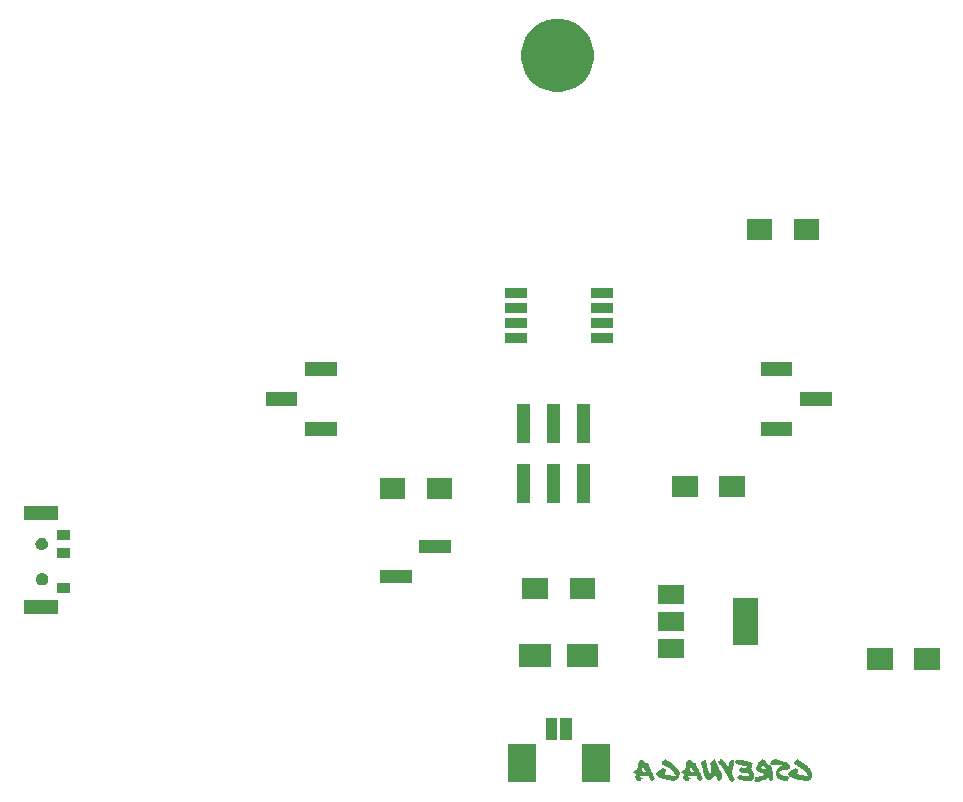
<source format=gbr>
G04 #@! TF.GenerationSoftware,KiCad,Pcbnew,6.0.0-rc1-unknown-7b10490~66~ubuntu16.04.1*
G04 #@! TF.CreationDate,2018-10-31T12:07:26-07:00*
G04 #@! TF.ProjectId,HG_002,48475f30-3032-42e6-9b69-6361645f7063,rev?*
G04 #@! TF.SameCoordinates,Original*
G04 #@! TF.FileFunction,Soldermask,Bot*
G04 #@! TF.FilePolarity,Negative*
%FSLAX46Y46*%
G04 Gerber Fmt 4.6, Leading zero omitted, Abs format (unit mm)*
G04 Created by KiCad (PCBNEW 6.0.0-rc1-unknown-7b10490~66~ubuntu16.04.1) date Wed 31 Oct 2018 12:07:26 PM MST*
%MOMM*%
%LPD*%
G01*
G04 APERTURE LIST*
%ADD10C,0.100000*%
G04 APERTURE END LIST*
D10*
G04 #@! TO.C,svg2mod*
G36*
X155756327Y-116103180D02*
X156604997Y-115595127D01*
X156446401Y-115583380D01*
X156284869Y-115556946D01*
X156328925Y-115374855D01*
X156378851Y-115183953D01*
X156396474Y-115213322D01*
X156511015Y-115351358D01*
X156602060Y-115495270D01*
X156637305Y-115548137D01*
X156669609Y-115601005D01*
X156637305Y-115598082D01*
X156604995Y-115595159D01*
X156604997Y-115595127D01*
X155756327Y-116103180D01*
X155809194Y-116205974D01*
X155888493Y-116297019D01*
X155988349Y-116361632D01*
X156105828Y-116391001D01*
X156158695Y-116370444D01*
X156185129Y-116352821D01*
X156202751Y-116344010D01*
X156214497Y-116335199D01*
X156249742Y-116320511D01*
X156237996Y-116282331D01*
X156240919Y-116247086D01*
X156276164Y-116208906D01*
X156293786Y-116191284D01*
X156308474Y-116173661D01*
X156358400Y-116117859D01*
X156279103Y-116097301D01*
X156182183Y-116044434D01*
X156161625Y-115935766D01*
X156261482Y-115932844D01*
X156340779Y-115953401D01*
X156449447Y-115979835D01*
X156566926Y-115988646D01*
X156610982Y-115988646D01*
X156655038Y-115982800D01*
X156684407Y-115976955D01*
X156696153Y-115941710D01*
X156707899Y-115929963D01*
X156740209Y-115891783D01*
X156746055Y-115827170D01*
X156763678Y-115774303D01*
X156790111Y-115847727D01*
X156801858Y-115877096D01*
X156831226Y-115882942D01*
X156840038Y-115897629D01*
X156842960Y-115912316D01*
X156857648Y-115962243D01*
X156869394Y-115973989D01*
X156881140Y-115982800D01*
X156895828Y-116035668D01*
X156913450Y-116085594D01*
X156939884Y-116161955D01*
X156945730Y-116232441D01*
X156957476Y-116264751D01*
X156989786Y-116294120D01*
X157025031Y-116311743D01*
X157042653Y-116323489D01*
X157057341Y-116329335D01*
X157066152Y-116361638D01*
X157101397Y-116367484D01*
X157148388Y-116376295D01*
X157177757Y-116379218D01*
X157207126Y-116376295D01*
X157257052Y-116335180D01*
X157298167Y-116302870D01*
X157327536Y-116250003D01*
X157333382Y-116217699D01*
X157339227Y-116188330D01*
X157348039Y-116170708D01*
X157386219Y-116135463D01*
X157353909Y-116109029D01*
X157350986Y-116059103D01*
X157227634Y-115771281D01*
X157089597Y-115489333D01*
X157045540Y-115395351D01*
X156998549Y-115301368D01*
X157001472Y-115280811D01*
X156995626Y-115254377D01*
X156942759Y-115166268D01*
X156901644Y-115084033D01*
X156854652Y-114987113D01*
X156790039Y-114890194D01*
X156743048Y-114869636D01*
X156722491Y-114863791D01*
X156696057Y-114857945D01*
X156652001Y-114863791D01*
X156508090Y-114758060D01*
X156381801Y-114590653D01*
X156352432Y-114549538D01*
X156314252Y-114573031D01*
X156273137Y-114590653D01*
X156217334Y-114605341D01*
X156117478Y-114631774D01*
X156041117Y-114675831D01*
X156020559Y-114746317D01*
X156011748Y-114793309D01*
X155997061Y-114893165D01*
X155985315Y-115004769D01*
X155961816Y-115104626D01*
X155941258Y-115201545D01*
X155911890Y-115339583D01*
X155873710Y-115462935D01*
X155844341Y-115465858D01*
X155814972Y-115457046D01*
X155776792Y-115451201D01*
X155744488Y-115448278D01*
X155732742Y-115477647D01*
X155703373Y-115507015D01*
X155647571Y-115524638D01*
X155615261Y-115551072D01*
X155591768Y-115568694D01*
X155547712Y-115586316D01*
X155571205Y-115630373D01*
X155656376Y-115733166D01*
X155776792Y-115812464D01*
X155773869Y-115847709D01*
X155765058Y-115880013D01*
X155750370Y-115982806D01*
X155750370Y-116091474D01*
X155756216Y-116103220D01*
X155756327Y-116103180D01*
X155756327Y-116103180D01*
G37*
G36*
X157457320Y-115821232D02*
X157642349Y-116018008D01*
X157894927Y-116132550D01*
X158185686Y-116211847D01*
X158476445Y-116302893D01*
X158549869Y-116305816D01*
X158608607Y-116314627D01*
X158661474Y-116323438D01*
X158720211Y-116329284D01*
X158734899Y-116335130D01*
X158743710Y-116346876D01*
X158834756Y-116355687D01*
X158899369Y-116355687D01*
X158972793Y-116364499D01*
X159037406Y-116373310D01*
X159383967Y-116217651D01*
X159522004Y-115812351D01*
X159527850Y-115794728D01*
X159539596Y-115785917D01*
X159533751Y-115735991D01*
X159530828Y-115683123D01*
X159357547Y-115383554D01*
X159125528Y-115136849D01*
X159090283Y-115101604D01*
X159063849Y-115066359D01*
X159031545Y-115036990D01*
X158987489Y-115016433D01*
X158840641Y-114887207D01*
X158661487Y-114775602D01*
X158476458Y-114666935D01*
X158306115Y-114543582D01*
X158259124Y-114552393D01*
X158226820Y-114552393D01*
X158171017Y-114614069D01*
X158097594Y-114652249D01*
X158027107Y-114696305D01*
X157977181Y-114766792D01*
X157994803Y-114781480D01*
X157985992Y-114807913D01*
X157983069Y-114834347D01*
X158003626Y-114846093D01*
X157986004Y-114863716D01*
X157968381Y-114878403D01*
X157977193Y-114901896D01*
X157977193Y-114931265D01*
X158109356Y-115004688D01*
X158259140Y-115081050D01*
X158420673Y-115166221D01*
X158582206Y-115269014D01*
X158743738Y-115401178D01*
X158902334Y-115550963D01*
X159046245Y-115715432D01*
X159160786Y-115879902D01*
X159149040Y-115903394D01*
X159134352Y-115923952D01*
X158961072Y-115923952D01*
X158796603Y-115932763D01*
X158784856Y-115915141D01*
X158770175Y-115897518D01*
X158458857Y-115844651D01*
X158165161Y-115765353D01*
X158209218Y-115750665D01*
X158244462Y-115735984D01*
X158244462Y-115712491D01*
X158215094Y-115688993D01*
X158282644Y-115630255D01*
X158312012Y-115536272D01*
X158294390Y-115501027D01*
X158312012Y-115468717D01*
X158326694Y-115468717D01*
X158332540Y-115477528D01*
X158335462Y-115489275D01*
X158350150Y-115486352D01*
X158338404Y-115442296D01*
X158320781Y-115401181D01*
X158118131Y-115266081D01*
X158038833Y-115318948D01*
X157941914Y-115374751D01*
X157836183Y-115430553D01*
X157733389Y-115483420D01*
X157659966Y-115530412D01*
X157598289Y-115592088D01*
X157539552Y-115650825D01*
X157466127Y-115700752D01*
X157463205Y-115762428D01*
X157457359Y-115821166D01*
X157457320Y-115821232D01*
X157457320Y-115821232D01*
G37*
G36*
X159812350Y-116103180D02*
X160661031Y-115595127D01*
X160502435Y-115583380D01*
X160340902Y-115556946D01*
X160384958Y-115374855D01*
X160434885Y-115183953D01*
X160452507Y-115213322D01*
X160567048Y-115351358D01*
X160658094Y-115495270D01*
X160693339Y-115548137D01*
X160725649Y-115601005D01*
X160693339Y-115598082D01*
X160661035Y-115595159D01*
X160661031Y-115595127D01*
X159812350Y-116103180D01*
X159865217Y-116205974D01*
X159944515Y-116297019D01*
X160044372Y-116361632D01*
X160161850Y-116391001D01*
X160214717Y-116370444D01*
X160241151Y-116352821D01*
X160258774Y-116344010D01*
X160270520Y-116335199D01*
X160305765Y-116320511D01*
X160294019Y-116282331D01*
X160296941Y-116247086D01*
X160332186Y-116208906D01*
X160349809Y-116191284D01*
X160364496Y-116173661D01*
X160414423Y-116117859D01*
X160335125Y-116097301D01*
X160238205Y-116044434D01*
X160217648Y-115935766D01*
X160317504Y-115932844D01*
X160396803Y-115953401D01*
X160505470Y-115979835D01*
X160622948Y-115988646D01*
X160667004Y-115988646D01*
X160711061Y-115982800D01*
X160740429Y-115976955D01*
X160752176Y-115941710D01*
X160763922Y-115929963D01*
X160796232Y-115891783D01*
X160802078Y-115827170D01*
X160819700Y-115774303D01*
X160846134Y-115847727D01*
X160857880Y-115877096D01*
X160887249Y-115882942D01*
X160896060Y-115897629D01*
X160898983Y-115912316D01*
X160913670Y-115962243D01*
X160925417Y-115973989D01*
X160937163Y-115982800D01*
X160951850Y-116035668D01*
X160969473Y-116085594D01*
X160995907Y-116161955D01*
X161001752Y-116232441D01*
X161013499Y-116264751D01*
X161045802Y-116294120D01*
X161081047Y-116311743D01*
X161098670Y-116323489D01*
X161113357Y-116329335D01*
X161122168Y-116361638D01*
X161157413Y-116367484D01*
X161204405Y-116376295D01*
X161233773Y-116379218D01*
X161263142Y-116376295D01*
X161313068Y-116335180D01*
X161354184Y-116302870D01*
X161383552Y-116250003D01*
X161389398Y-116217699D01*
X161395244Y-116188330D01*
X161404055Y-116170708D01*
X161442235Y-116135463D01*
X161409931Y-116109029D01*
X161407008Y-116059103D01*
X161283656Y-115771281D01*
X161145619Y-115489333D01*
X161101563Y-115395351D01*
X161054572Y-115301368D01*
X161057494Y-115280811D01*
X161051649Y-115254377D01*
X160998781Y-115166268D01*
X160957666Y-115084033D01*
X160910675Y-114987113D01*
X160846062Y-114890194D01*
X160799071Y-114869636D01*
X160778513Y-114863791D01*
X160752079Y-114857945D01*
X160708023Y-114863791D01*
X160564112Y-114758060D01*
X160437823Y-114590653D01*
X160408454Y-114549538D01*
X160370274Y-114573031D01*
X160329159Y-114590653D01*
X160273356Y-114605341D01*
X160173500Y-114631774D01*
X160097139Y-114675831D01*
X160076581Y-114746317D01*
X160067770Y-114793309D01*
X160053083Y-114893165D01*
X160041336Y-115004769D01*
X160017844Y-115104626D01*
X159997286Y-115201545D01*
X159967918Y-115339583D01*
X159929738Y-115462935D01*
X159900369Y-115465858D01*
X159871000Y-115457046D01*
X159832820Y-115451201D01*
X159800510Y-115448278D01*
X159788764Y-115477647D01*
X159759395Y-115507015D01*
X159703593Y-115524638D01*
X159671289Y-115551072D01*
X159647790Y-115568694D01*
X159603734Y-115586316D01*
X159627233Y-115630373D01*
X159712404Y-115733166D01*
X159832819Y-115812464D01*
X159829897Y-115847709D01*
X159821085Y-115880013D01*
X159806404Y-115982806D01*
X159806404Y-116091474D01*
X159812250Y-116103220D01*
X159812350Y-116103180D01*
X159812350Y-116103180D01*
G37*
G36*
X162461486Y-115815358D02*
X162499666Y-115847668D01*
X162523158Y-115897594D01*
X162543716Y-115947521D01*
X162573085Y-115968078D01*
X162590707Y-116009193D01*
X162614206Y-116047373D01*
X162631828Y-116088488D01*
X162625983Y-116138415D01*
X162655351Y-116188341D01*
X162670039Y-116250017D01*
X162693531Y-116299943D01*
X162758144Y-116317566D01*
X162761067Y-116332253D01*
X162752256Y-116352811D01*
X162802182Y-116355734D01*
X162840362Y-116370415D01*
X162934345Y-116308739D01*
X162998958Y-116211819D01*
X163048884Y-116100215D01*
X163089999Y-116003296D01*
X163087076Y-115941619D01*
X163107634Y-115888752D01*
X163071244Y-115811748D01*
X163034026Y-115733461D01*
X162995986Y-115653887D01*
X162957118Y-115573029D01*
X162917422Y-115490886D01*
X162876904Y-115407458D01*
X162835557Y-115322745D01*
X162793383Y-115236747D01*
X162751074Y-115150245D01*
X162709314Y-115064017D01*
X162668101Y-114978065D01*
X162627443Y-114892389D01*
X162587332Y-114806988D01*
X162547776Y-114721862D01*
X162508768Y-114637011D01*
X162470314Y-114552436D01*
X162338151Y-114614112D01*
X162217735Y-114690473D01*
X162123753Y-114793267D01*
X162073827Y-114919555D01*
X162088514Y-114934243D01*
X162100260Y-114937166D01*
X162088514Y-114957723D01*
X162088514Y-114969470D01*
X162088514Y-114987092D01*
X162079703Y-115013526D01*
X162097325Y-115016449D01*
X162114948Y-115016449D01*
X162109102Y-115069316D01*
X162120848Y-115107496D01*
X162135536Y-115142741D01*
X162132613Y-115189732D01*
X162147300Y-115195578D01*
X162153146Y-115204389D01*
X162161957Y-115213200D01*
X162173704Y-115213200D01*
X162167858Y-115342427D01*
X162173704Y-115474590D01*
X162170781Y-115612627D01*
X162150223Y-115759475D01*
X161982817Y-115600878D01*
X161880023Y-115383544D01*
X161818347Y-115125092D01*
X161774291Y-114843144D01*
X161733176Y-114778531D01*
X161706742Y-114699232D01*
X161683249Y-114614061D01*
X161653881Y-114534763D01*
X161580456Y-114564132D01*
X161521719Y-114611123D01*
X161465916Y-114658114D01*
X161392493Y-114684548D01*
X161327880Y-114781467D01*
X161289700Y-114881324D01*
X161313192Y-114934192D01*
X161327880Y-114992929D01*
X161351372Y-115048732D01*
X161392487Y-115089847D01*
X161415980Y-115230821D01*
X161442413Y-115354173D01*
X161462971Y-115483399D01*
X161468817Y-115627310D01*
X161518743Y-115771221D01*
X161559858Y-115909258D01*
X161633282Y-116000304D01*
X161689085Y-116106034D01*
X161703772Y-116111880D01*
X161724330Y-116103069D01*
X161724330Y-116120691D01*
X161733141Y-116132437D01*
X161738987Y-116144184D01*
X161733141Y-116167682D01*
X161806565Y-116217609D01*
X161877052Y-116276346D01*
X161965161Y-116311591D01*
X162097324Y-116291033D01*
X162311722Y-116088384D01*
X162461507Y-115815246D01*
X162461486Y-115815358D01*
X162461486Y-115815358D01*
G37*
G36*
X163327888Y-115580402D02*
X163363133Y-115624458D01*
X163392502Y-115674384D01*
X163424806Y-115736061D01*
X163468862Y-115788928D01*
X163498231Y-115859415D01*
X163545222Y-115915217D01*
X163683259Y-116170732D01*
X163700881Y-116223600D01*
X163727315Y-116270591D01*
X163739061Y-116291149D01*
X163747872Y-116305836D01*
X163753718Y-116335205D01*
X163786028Y-116376320D01*
X163818332Y-116408624D01*
X163838889Y-116432116D01*
X163882946Y-116449739D01*
X164144335Y-116220656D01*
X164141412Y-116191287D01*
X164132601Y-116161919D01*
X164120855Y-116126674D01*
X164094421Y-116044439D01*
X164044495Y-115971015D01*
X164018061Y-115906402D01*
X163947574Y-115768365D01*
X163882961Y-115656761D01*
X163844781Y-115592148D01*
X163915268Y-115506976D01*
X163982818Y-115366002D01*
X164023933Y-115245586D01*
X164032745Y-115180973D01*
X164044491Y-115125171D01*
X164059178Y-115060558D01*
X164065024Y-114993008D01*
X164082647Y-114951893D01*
X164076801Y-114922524D01*
X164073878Y-114869657D01*
X164088565Y-114799170D01*
X164103253Y-114734557D01*
X164106176Y-114664070D01*
X164088553Y-114599457D01*
X164032751Y-114543654D01*
X163982824Y-114540731D01*
X163932898Y-114570100D01*
X163882972Y-114596534D01*
X163821296Y-114625902D01*
X163759620Y-114664082D01*
X163739062Y-114705198D01*
X163700882Y-114737501D01*
X163700882Y-114769811D01*
X163697960Y-114802115D01*
X163686213Y-114849106D01*
X163674467Y-114884351D01*
X163665656Y-114963649D01*
X163648033Y-115031199D01*
X163630411Y-115098749D01*
X163627488Y-115175110D01*
X163598119Y-115154552D01*
X163586373Y-115145741D01*
X163574627Y-115136930D01*
X163401346Y-114901974D01*
X163407192Y-114872605D01*
X163345516Y-114813867D01*
X163301460Y-114769811D01*
X163263280Y-114725755D01*
X163230970Y-114702256D01*
X162963707Y-114520165D01*
X162922592Y-114514319D01*
X162910846Y-114552499D01*
X162863854Y-114611237D01*
X162784556Y-114661163D01*
X162758123Y-114678786D01*
X162743435Y-114722842D01*
X162746358Y-114749276D01*
X162734612Y-114778644D01*
X162793349Y-114881438D01*
X162857962Y-114940176D01*
X162907889Y-114984232D01*
X162940192Y-115031223D01*
X162960750Y-115054722D01*
X163040048Y-115148704D01*
X163048859Y-115183949D01*
X163084104Y-115183949D01*
X163098792Y-115195695D01*
X163128160Y-115245622D01*
X163157529Y-115283802D01*
X163172217Y-115298489D01*
X163181028Y-115321982D01*
X163189839Y-115345474D01*
X163236830Y-115404212D01*
X163257388Y-115445327D01*
X163280880Y-115492318D01*
X163313184Y-115536374D01*
X163327872Y-115580431D01*
X163327888Y-115580402D01*
X163327888Y-115580402D01*
G37*
G36*
X164197227Y-114696377D02*
X164197227Y-114728687D01*
X164200150Y-114746310D01*
X164200150Y-114766867D01*
X164194304Y-114796236D01*
X164338215Y-114934273D01*
X164511496Y-114987140D01*
X164705335Y-115019450D01*
X164899174Y-115095811D01*
X164969661Y-115095811D01*
X165057770Y-115104622D01*
X165101826Y-115131056D01*
X165154694Y-115145743D01*
X165145882Y-115201545D01*
X165137071Y-115245602D01*
X164910925Y-115242679D01*
X164664221Y-115227991D01*
X164667143Y-115248549D01*
X164670066Y-115263236D01*
X164628951Y-115301416D01*
X164587836Y-115342531D01*
X164546721Y-115377776D01*
X164493854Y-115386588D01*
X164479166Y-115439455D01*
X164485012Y-115495257D01*
X164578994Y-115562807D01*
X164678851Y-115621545D01*
X164787519Y-115665601D01*
X164913808Y-115677347D01*
X164937301Y-115677347D01*
X164954923Y-115668536D01*
X165022474Y-115677347D01*
X165087086Y-115686159D01*
X165166384Y-115674412D01*
X165245682Y-115662666D01*
X165330854Y-115794829D01*
X165398404Y-115944614D01*
X165233934Y-115956360D01*
X165107645Y-115947549D01*
X164987230Y-115932868D01*
X164831571Y-115927022D01*
X164693534Y-115885907D01*
X164543750Y-115850662D01*
X164502634Y-115882966D01*
X164470325Y-115924081D01*
X164435080Y-115956391D01*
X164391023Y-115968137D01*
X164376336Y-115997506D01*
X164367525Y-116026875D01*
X164358714Y-116053308D01*
X164332280Y-116059154D01*
X164435074Y-116208939D01*
X164564300Y-116285300D01*
X164728769Y-116326415D01*
X164925545Y-116361660D01*
X164969601Y-116358738D01*
X165010717Y-116352892D01*
X165172249Y-116379325D01*
X165363151Y-116388137D01*
X165548180Y-116361703D01*
X165692091Y-116285342D01*
X165724401Y-116238351D01*
X165762581Y-116194295D01*
X165774327Y-116109124D01*
X165791949Y-116012204D01*
X165806631Y-115909410D01*
X165800785Y-115818364D01*
X165765540Y-115739067D01*
X165744983Y-115662706D01*
X165727360Y-115648024D01*
X165703867Y-115636278D01*
X165665687Y-115536421D01*
X165624572Y-115445376D01*
X165580516Y-115357267D01*
X165536460Y-115254474D01*
X165598136Y-115172239D01*
X165624570Y-115081193D01*
X165639257Y-114987210D01*
X165659815Y-114887354D01*
X165589327Y-114816867D01*
X165495345Y-114769876D01*
X165386678Y-114740507D01*
X165263326Y-114714073D01*
X165054801Y-114655336D01*
X164872710Y-114623032D01*
X164684745Y-114596598D01*
X164464473Y-114561353D01*
X164414546Y-114587787D01*
X164388113Y-114573100D01*
X164373425Y-114555477D01*
X164300002Y-114640649D01*
X164197208Y-114696451D01*
X164197227Y-114696377D01*
X164197227Y-114696377D01*
G37*
G36*
X166990275Y-116044441D02*
X166825802Y-115401275D01*
X166611404Y-115345473D01*
X166399943Y-115257364D01*
X166464556Y-115110516D01*
X166570287Y-115037092D01*
X166570289Y-115037093D01*
X166643713Y-115122264D01*
X166720074Y-115201562D01*
X166784687Y-115289671D01*
X166825802Y-115401275D01*
X166990275Y-116044441D01*
X167049012Y-116223596D01*
X167122437Y-116346947D01*
X167175304Y-116355759D01*
X167207614Y-116382192D01*
X167245794Y-116382192D01*
X167266352Y-116367505D01*
X167289850Y-116352817D01*
X167328030Y-116346972D01*
X167342718Y-116302916D01*
X167380898Y-116288228D01*
X167377975Y-116250048D01*
X167386786Y-116220679D01*
X167392632Y-116194246D01*
X167389709Y-116159001D01*
X167413201Y-116138443D01*
X167433759Y-116097328D01*
X167416137Y-115997472D01*
X167395579Y-115909363D01*
X167372086Y-115827128D01*
X167380898Y-115741956D01*
X167363275Y-115739033D01*
X167354464Y-115703788D01*
X167351541Y-115659732D01*
X167354464Y-115621552D01*
X167307473Y-115465894D01*
X167272228Y-115304361D01*
X167236983Y-115148702D01*
X167189992Y-115007728D01*
X167119505Y-115016539D01*
X167069578Y-115048843D01*
X166934478Y-114907869D01*
X166814063Y-114743399D01*
X166678963Y-114602426D01*
X166488061Y-114529002D01*
X166358835Y-114620048D01*
X166238419Y-114737526D01*
X166200239Y-114763959D01*
X166159124Y-114790393D01*
X166159124Y-114825638D01*
X166103322Y-114901999D01*
X166062207Y-114993045D01*
X166026962Y-115089964D01*
X165985847Y-115181010D01*
X165991692Y-115207444D01*
X165988769Y-115228001D01*
X165979958Y-115251500D01*
X165979958Y-115283804D01*
X166065130Y-115492327D01*
X166244284Y-115624491D01*
X166470430Y-115709662D01*
X166687765Y-115786023D01*
X166678954Y-115797770D01*
X166670142Y-115812457D01*
X166558538Y-115882944D01*
X166482178Y-115927000D01*
X166402879Y-115959310D01*
X166282464Y-115988679D01*
X166164986Y-116018048D01*
X166085688Y-116035670D01*
X166015201Y-116047416D01*
X165909470Y-116056228D01*
X165865414Y-116120841D01*
X165838980Y-116194265D01*
X165836057Y-116264752D01*
X165856615Y-116317619D01*
X165844869Y-116326431D01*
X165821370Y-116326431D01*
X165850739Y-116355799D01*
X165874231Y-116391044D01*
X165900665Y-116420413D01*
X165941780Y-116438036D01*
X166170863Y-116440958D01*
X166520361Y-116329354D01*
X166693641Y-116258867D01*
X166808182Y-116197191D01*
X166896291Y-116129641D01*
X166990274Y-116044469D01*
X166990275Y-116044441D01*
X166990275Y-116044441D01*
G37*
G36*
X168817063Y-115028253D02*
X168752449Y-114922523D01*
X168652593Y-114849099D01*
X168538051Y-114796232D01*
X168426447Y-114760987D01*
X168176806Y-114667004D01*
X167903668Y-114584769D01*
X167615847Y-114540713D01*
X167307466Y-114575958D01*
X167281032Y-114631760D01*
X167245787Y-114684628D01*
X167210542Y-114737495D01*
X167192920Y-114787422D01*
X167145929Y-114846159D01*
X167140083Y-114925457D01*
X167198820Y-114969513D01*
X167257558Y-115001817D01*
X167477830Y-114984195D01*
X167677543Y-114998882D01*
X167742156Y-114972448D01*
X167818517Y-114984195D01*
X167897815Y-115007687D01*
X167971238Y-115013533D01*
X168044663Y-115045837D01*
X168135708Y-115057583D01*
X168129863Y-115078141D01*
X168126940Y-115095763D01*
X168082884Y-115125132D01*
X168024146Y-115142754D01*
X167968344Y-115166247D01*
X167936040Y-115207362D01*
X167859679Y-115227920D01*
X167806811Y-115277846D01*
X167777442Y-115342459D01*
X167765696Y-115401196D01*
X167745139Y-115421754D01*
X167718705Y-115433500D01*
X167674649Y-115512798D01*
X167618846Y-115597970D01*
X167610035Y-115730133D01*
X167630592Y-115844675D01*
X167753945Y-116038513D01*
X167930162Y-116191235D01*
X168138686Y-116302839D01*
X168356021Y-116382138D01*
X168379520Y-116382138D01*
X168385365Y-116367450D01*
X168438233Y-116393884D01*
X168496970Y-116396807D01*
X168564520Y-116393884D01*
X168626197Y-116396807D01*
X168664377Y-116355692D01*
X168687869Y-116308700D01*
X168702557Y-116294013D01*
X168711368Y-116279326D01*
X168696680Y-116247022D01*
X168705492Y-116238211D01*
X168717238Y-116232365D01*
X168720161Y-116217683D01*
X168711350Y-116164816D01*
X168717195Y-116100203D01*
X168714272Y-116038527D01*
X168670216Y-115991535D01*
X168482251Y-115985690D01*
X168311908Y-115929887D01*
X168162123Y-115853527D01*
X168018212Y-115780103D01*
X167994713Y-115736047D01*
X167959468Y-115703737D01*
X167927158Y-115671433D01*
X167906601Y-115627377D01*
X167918347Y-115603878D01*
X167930094Y-115580385D01*
X167962397Y-115571574D01*
X168088687Y-115518707D01*
X168209102Y-115468781D01*
X168270778Y-115477592D01*
X168341265Y-115459969D01*
X168535104Y-115439412D01*
X168711322Y-115386544D01*
X168726009Y-115360111D01*
X168758313Y-115354265D01*
X168793558Y-115310209D01*
X168825862Y-115260282D01*
X168817050Y-115201545D01*
X168834673Y-115151619D01*
X168817050Y-115089942D01*
X168817050Y-115028266D01*
X168817063Y-115028253D01*
X168817063Y-115028253D01*
G37*
G36*
X168658467Y-115821232D02*
X168739968Y-115933571D01*
X168843495Y-116018008D01*
X168963911Y-116080419D01*
X169096074Y-116132549D01*
X169237782Y-116174401D01*
X169386832Y-116211844D01*
X169534414Y-116252229D01*
X169677591Y-116302892D01*
X169716502Y-116303623D01*
X169751010Y-116305815D01*
X169780379Y-116309468D01*
X169809747Y-116314644D01*
X169836181Y-116318298D01*
X169862615Y-116323474D01*
X169890516Y-116326397D01*
X169921352Y-116329319D01*
X169930900Y-116329319D01*
X169936015Y-116335165D01*
X169939669Y-116341011D01*
X169944845Y-116346918D01*
X169992573Y-116353524D01*
X170014787Y-116355169D01*
X170035899Y-116355719D01*
X170052053Y-116355719D01*
X170068208Y-116355719D01*
X170084363Y-116355719D01*
X170100518Y-116355719D01*
X170118323Y-116356270D01*
X170136494Y-116357914D01*
X170155036Y-116360654D01*
X170173943Y-116364490D01*
X170191200Y-116369422D01*
X170207721Y-116372528D01*
X170223504Y-116373807D01*
X170238557Y-116373257D01*
X170342819Y-116359124D01*
X170435333Y-116328470D01*
X170516099Y-116281296D01*
X170585118Y-116217600D01*
X170640001Y-116137201D01*
X170681299Y-116042851D01*
X170709017Y-115934550D01*
X170723151Y-115812299D01*
X170722420Y-115805693D01*
X170723151Y-115800578D01*
X170725343Y-115796924D01*
X170728996Y-115794732D01*
X170731919Y-115793088D01*
X170734842Y-115791078D01*
X170737765Y-115788703D01*
X170740688Y-115785963D01*
X170740323Y-115771830D01*
X170739227Y-115758799D01*
X170737400Y-115746870D01*
X170734842Y-115736043D01*
X170731371Y-115725027D01*
X170729727Y-115712544D01*
X170729915Y-115698594D01*
X170731925Y-115683176D01*
X170692460Y-115603878D01*
X170650425Y-115527517D01*
X170605821Y-115454093D01*
X170558647Y-115383606D01*
X170507802Y-115315322D01*
X170452182Y-115251443D01*
X170391788Y-115191969D01*
X170326624Y-115136903D01*
X170316711Y-115128092D01*
X170307534Y-115119281D01*
X170299088Y-115110469D01*
X170291379Y-115101658D01*
X170284218Y-115092847D01*
X170277423Y-115084036D01*
X170270998Y-115075224D01*
X170264970Y-115066413D01*
X170257444Y-115057967D01*
X170249552Y-115050258D01*
X170232666Y-115037044D01*
X170212839Y-115024561D01*
X170188610Y-115016487D01*
X170121060Y-114948937D01*
X170041762Y-114887261D01*
X169954388Y-114829991D01*
X169862608Y-114775656D01*
X169769359Y-114720590D01*
X169677579Y-114666992D01*
X169588002Y-114608254D01*
X169507236Y-114543641D01*
X169479335Y-114553189D01*
X169460245Y-114552459D01*
X169444826Y-114549536D01*
X169427941Y-114552459D01*
X169403711Y-114589908D01*
X169372138Y-114614137D01*
X169334689Y-114632490D01*
X169298713Y-114652317D01*
X169262001Y-114672144D01*
X169228223Y-114696373D01*
X169199585Y-114727210D01*
X169178297Y-114766857D01*
X169191517Y-114770511D01*
X169195901Y-114781526D01*
X169192248Y-114794010D01*
X169187072Y-114807960D01*
X169183418Y-114820443D01*
X169184149Y-114834394D01*
X169189264Y-114843205D01*
X169204682Y-114846128D01*
X169198836Y-114857874D01*
X169187078Y-114863720D01*
X169173864Y-114867374D01*
X169169480Y-114878389D01*
X169171672Y-114891603D01*
X169178279Y-114901882D01*
X169181202Y-114913628D01*
X169178279Y-114931251D01*
X169240688Y-114968694D01*
X169310442Y-115004669D01*
X169383131Y-115041382D01*
X169460226Y-115081029D01*
X169538790Y-115121414D01*
X169621759Y-115166201D01*
X169703260Y-115213929D01*
X169783292Y-115268994D01*
X169863324Y-115331404D01*
X169944824Y-115401157D01*
X170025591Y-115473847D01*
X170064873Y-115511845D01*
X170103419Y-115550944D01*
X170141051Y-115590957D01*
X170177580Y-115631707D01*
X170213008Y-115673193D01*
X170247334Y-115715411D01*
X170279826Y-115756526D01*
X170309749Y-115797641D01*
X170337096Y-115838756D01*
X170361874Y-115879871D01*
X170358951Y-115886849D01*
X170356028Y-115893091D01*
X170353105Y-115898571D01*
X170350182Y-115903321D01*
X170345980Y-115906792D01*
X170342144Y-115911359D01*
X170338673Y-115917022D01*
X170335568Y-115923823D01*
X170289496Y-115926016D01*
X170245257Y-115926746D01*
X170202857Y-115926016D01*
X170162290Y-115923823D01*
X170121175Y-115921083D01*
X170080060Y-115921634D01*
X170038945Y-115925470D01*
X169997830Y-115932631D01*
X169993811Y-115929343D01*
X169990523Y-115925324D01*
X169987965Y-115920574D01*
X169986138Y-115915033D01*
X169984129Y-115909553D01*
X169981023Y-115904803D01*
X169976822Y-115900784D01*
X169971463Y-115897496D01*
X169809930Y-115875465D01*
X169660145Y-115844622D01*
X169514766Y-115805705D01*
X169366450Y-115765321D01*
X169389211Y-115757240D01*
X169410506Y-115750634D01*
X169428128Y-115742559D01*
X169445751Y-115735952D01*
X169453094Y-115722738D01*
X169445751Y-115712466D01*
X169429596Y-115700719D01*
X169416382Y-115688967D01*
X169453825Y-115662539D01*
X169483931Y-115630230D01*
X169503021Y-115589108D01*
X169513300Y-115536241D01*
X169500086Y-115520086D01*
X169495701Y-115500996D01*
X169500086Y-115482637D01*
X169513300Y-115468686D01*
X169522848Y-115467225D01*
X169527963Y-115468686D01*
X169530885Y-115472340D01*
X169533808Y-115477516D01*
X169534539Y-115483361D01*
X169536731Y-115489268D01*
X169541846Y-115489999D01*
X169551400Y-115486345D01*
X169547016Y-115462116D01*
X169539666Y-115442289D01*
X169529387Y-115423199D01*
X169522044Y-115401174D01*
X169420719Y-115333624D01*
X169319394Y-115266074D01*
X169283412Y-115291034D01*
X169240093Y-115318941D01*
X169192365Y-115346106D01*
X169143169Y-115374744D01*
X169090302Y-115401908D01*
X169037440Y-115430546D01*
X168983842Y-115456980D01*
X168934647Y-115483414D01*
X168895736Y-115503971D01*
X168861228Y-115530405D01*
X168829655Y-115560511D01*
X168799549Y-115592084D01*
X168770180Y-115621452D01*
X168740812Y-115650821D01*
X168706303Y-115677986D01*
X168667393Y-115700747D01*
X168669585Y-115735256D01*
X168664470Y-115762420D01*
X168658624Y-115788848D01*
X168658645Y-115821158D01*
X168658626Y-115821191D01*
X168658467Y-115821232D01*
X168658467Y-115821232D01*
G37*
G36*
X153551600Y-116487200D02*
X151199200Y-116487200D01*
X151199200Y-113234800D01*
X153551600Y-113234800D01*
X153551600Y-116487200D01*
X153551600Y-116487200D01*
G37*
G36*
X147301600Y-116487200D02*
X144949200Y-116487200D01*
X144949200Y-113234800D01*
X147301600Y-113234800D01*
X147301600Y-116487200D01*
X147301600Y-116487200D01*
G37*
G36*
X149101600Y-112887200D02*
X148149200Y-112887200D01*
X148149200Y-111034800D01*
X149101600Y-111034800D01*
X149101600Y-112887200D01*
X149101600Y-112887200D01*
G37*
G36*
X150351600Y-112887200D02*
X149399200Y-112887200D01*
X149399200Y-111034800D01*
X150351600Y-111034800D01*
X150351600Y-112887200D01*
X150351600Y-112887200D01*
G37*
G36*
X177511200Y-106971200D02*
X175358800Y-106971200D01*
X175358800Y-105118800D01*
X177511200Y-105118800D01*
X177511200Y-106971200D01*
X177511200Y-106971200D01*
G37*
G36*
X181511200Y-106971200D02*
X179358800Y-106971200D01*
X179358800Y-105118800D01*
X181511200Y-105118800D01*
X181511200Y-106971200D01*
X181511200Y-106971200D01*
G37*
G36*
X152575260Y-106767630D02*
X149923500Y-106767630D01*
X149923500Y-104814370D01*
X152575260Y-104814370D01*
X152575260Y-106767630D01*
X152575260Y-106767630D01*
G37*
G36*
X148577300Y-106767630D02*
X145925540Y-106767630D01*
X145925540Y-104814370D01*
X148577300Y-104814370D01*
X148577300Y-106767630D01*
X148577300Y-106767630D01*
G37*
G36*
X159851200Y-105996200D02*
X157698800Y-105996200D01*
X157698800Y-104343800D01*
X159851200Y-104343800D01*
X159851200Y-105996200D01*
X159851200Y-105996200D01*
G37*
G36*
X166151200Y-104846200D02*
X163998800Y-104846200D01*
X163998800Y-100893800D01*
X166151200Y-100893800D01*
X166151200Y-104846200D01*
X166151200Y-104846200D01*
G37*
G36*
X159851200Y-103696200D02*
X157698800Y-103696200D01*
X157698800Y-102043800D01*
X159851200Y-102043800D01*
X159851200Y-103696200D01*
X159851200Y-103696200D01*
G37*
G36*
X106890800Y-102225400D02*
X103938400Y-102225400D01*
X103938400Y-101073000D01*
X106890800Y-101073000D01*
X106890800Y-102225400D01*
X106890800Y-102225400D01*
G37*
G36*
X159851200Y-101396200D02*
X157698800Y-101396200D01*
X157698800Y-99743800D01*
X159851200Y-99743800D01*
X159851200Y-101396200D01*
X159851200Y-101396200D01*
G37*
G36*
X152326600Y-100952200D02*
X150174200Y-100952200D01*
X150174200Y-99199800D01*
X152326600Y-99199800D01*
X152326600Y-100952200D01*
X152326600Y-100952200D01*
G37*
G36*
X148326600Y-100952200D02*
X146174200Y-100952200D01*
X146174200Y-99199800D01*
X148326600Y-99199800D01*
X148326600Y-100952200D01*
X148326600Y-100952200D01*
G37*
G36*
X107890800Y-100475400D02*
X106738400Y-100475400D01*
X106738400Y-99623000D01*
X107890800Y-99623000D01*
X107890800Y-100475400D01*
X107890800Y-100475400D01*
G37*
G36*
X105668089Y-98793222D02*
X105763847Y-98832886D01*
X105850034Y-98890475D01*
X105923325Y-98963766D01*
X105980914Y-99049953D01*
X106020578Y-99145711D01*
X106040800Y-99247374D01*
X106040800Y-99351026D01*
X106020578Y-99452689D01*
X105980914Y-99548447D01*
X105923325Y-99634634D01*
X105850034Y-99707925D01*
X105763847Y-99765514D01*
X105668089Y-99805178D01*
X105566426Y-99825400D01*
X105462774Y-99825400D01*
X105361111Y-99805178D01*
X105265353Y-99765514D01*
X105179166Y-99707925D01*
X105105875Y-99634634D01*
X105048286Y-99548447D01*
X105008622Y-99452689D01*
X104988400Y-99351026D01*
X104988400Y-99247374D01*
X105008622Y-99145711D01*
X105048286Y-99049953D01*
X105105875Y-98963766D01*
X105179166Y-98890475D01*
X105265353Y-98832886D01*
X105361111Y-98793222D01*
X105462774Y-98773000D01*
X105566426Y-98773000D01*
X105668089Y-98793222D01*
X105668089Y-98793222D01*
G37*
G36*
X136810800Y-99636200D02*
X134148400Y-99636200D01*
X134148400Y-98483800D01*
X136810800Y-98483800D01*
X136810800Y-99636200D01*
X136810800Y-99636200D01*
G37*
G36*
X107890800Y-97475400D02*
X106738400Y-97475400D01*
X106738400Y-96623000D01*
X107890800Y-96623000D01*
X107890800Y-97475400D01*
X107890800Y-97475400D01*
G37*
G36*
X140120800Y-97096200D02*
X137458400Y-97096200D01*
X137458400Y-95943800D01*
X140120800Y-95943800D01*
X140120800Y-97096200D01*
X140120800Y-97096200D01*
G37*
G36*
X105618089Y-95793222D02*
X105713847Y-95832886D01*
X105800034Y-95890475D01*
X105873325Y-95963766D01*
X105930914Y-96049953D01*
X105970578Y-96145711D01*
X105990800Y-96247374D01*
X105990800Y-96351026D01*
X105970578Y-96452689D01*
X105930914Y-96548447D01*
X105873325Y-96634634D01*
X105800034Y-96707925D01*
X105713847Y-96765514D01*
X105618089Y-96805178D01*
X105516426Y-96825400D01*
X105412774Y-96825400D01*
X105311111Y-96805178D01*
X105215353Y-96765514D01*
X105129166Y-96707925D01*
X105055875Y-96634634D01*
X104998286Y-96548447D01*
X104958622Y-96452689D01*
X104938400Y-96351026D01*
X104938400Y-96247374D01*
X104958622Y-96145711D01*
X104998286Y-96049953D01*
X105055875Y-95963766D01*
X105129166Y-95890475D01*
X105215353Y-95832886D01*
X105311111Y-95793222D01*
X105412774Y-95773000D01*
X105516426Y-95773000D01*
X105618089Y-95793222D01*
X105618089Y-95793222D01*
G37*
G36*
X107890800Y-95975400D02*
X106738400Y-95975400D01*
X106738400Y-95123000D01*
X107890800Y-95123000D01*
X107890800Y-95975400D01*
X107890800Y-95975400D01*
G37*
G36*
X106890800Y-94275400D02*
X103938400Y-94275400D01*
X103938400Y-93123000D01*
X106890800Y-93123000D01*
X106890800Y-94275400D01*
X106890800Y-94275400D01*
G37*
G36*
X146829400Y-92822200D02*
X145677000Y-92822200D01*
X145677000Y-89519800D01*
X146829400Y-89519800D01*
X146829400Y-92822200D01*
X146829400Y-92822200D01*
G37*
G36*
X151909400Y-92822200D02*
X150757000Y-92822200D01*
X150757000Y-89519800D01*
X151909400Y-89519800D01*
X151909400Y-92822200D01*
X151909400Y-92822200D01*
G37*
G36*
X149369400Y-92822200D02*
X148217000Y-92822200D01*
X148217000Y-89519800D01*
X149369400Y-89519800D01*
X149369400Y-92822200D01*
X149369400Y-92822200D01*
G37*
G36*
X140236200Y-92544000D02*
X138083800Y-92544000D01*
X138083800Y-90691600D01*
X140236200Y-90691600D01*
X140236200Y-92544000D01*
X140236200Y-92544000D01*
G37*
G36*
X136236200Y-92544000D02*
X134083800Y-92544000D01*
X134083800Y-90691600D01*
X136236200Y-90691600D01*
X136236200Y-92544000D01*
X136236200Y-92544000D01*
G37*
G36*
X161001200Y-92316200D02*
X158848800Y-92316200D01*
X158848800Y-90563800D01*
X161001200Y-90563800D01*
X161001200Y-92316200D01*
X161001200Y-92316200D01*
G37*
G36*
X165001200Y-92316200D02*
X162848800Y-92316200D01*
X162848800Y-90563800D01*
X165001200Y-90563800D01*
X165001200Y-92316200D01*
X165001200Y-92316200D01*
G37*
G36*
X146829400Y-87772200D02*
X145677000Y-87772200D01*
X145677000Y-84469800D01*
X146829400Y-84469800D01*
X146829400Y-87772200D01*
X146829400Y-87772200D01*
G37*
G36*
X151909400Y-87772200D02*
X150757000Y-87772200D01*
X150757000Y-84469800D01*
X151909400Y-84469800D01*
X151909400Y-87772200D01*
X151909400Y-87772200D01*
G37*
G36*
X149369400Y-87772200D02*
X148217000Y-87772200D01*
X148217000Y-84469800D01*
X149369400Y-84469800D01*
X149369400Y-87772200D01*
X149369400Y-87772200D01*
G37*
G36*
X130443400Y-87164800D02*
X127781000Y-87164800D01*
X127781000Y-86012400D01*
X130443400Y-86012400D01*
X130443400Y-87164800D01*
X130443400Y-87164800D01*
G37*
G36*
X169043400Y-87164800D02*
X166381000Y-87164800D01*
X166381000Y-86012400D01*
X169043400Y-86012400D01*
X169043400Y-87164800D01*
X169043400Y-87164800D01*
G37*
G36*
X127133400Y-84624800D02*
X124471000Y-84624800D01*
X124471000Y-83472400D01*
X127133400Y-83472400D01*
X127133400Y-84624800D01*
X127133400Y-84624800D01*
G37*
G36*
X172353400Y-84624800D02*
X169691000Y-84624800D01*
X169691000Y-83472400D01*
X172353400Y-83472400D01*
X172353400Y-84624800D01*
X172353400Y-84624800D01*
G37*
G36*
X169043400Y-82084800D02*
X166381000Y-82084800D01*
X166381000Y-80932400D01*
X169043400Y-80932400D01*
X169043400Y-82084800D01*
X169043400Y-82084800D01*
G37*
G36*
X130443400Y-82084800D02*
X127781000Y-82084800D01*
X127781000Y-80932400D01*
X130443400Y-80932400D01*
X130443400Y-82084800D01*
X130443400Y-82084800D01*
G37*
G36*
X146526600Y-79268200D02*
X144674200Y-79268200D01*
X144674200Y-78465800D01*
X146526600Y-78465800D01*
X146526600Y-79268200D01*
X146526600Y-79268200D01*
G37*
G36*
X153826600Y-79268200D02*
X151974200Y-79268200D01*
X151974200Y-78465800D01*
X153826600Y-78465800D01*
X153826600Y-79268200D01*
X153826600Y-79268200D01*
G37*
G36*
X153826600Y-77998200D02*
X151974200Y-77998200D01*
X151974200Y-77195800D01*
X153826600Y-77195800D01*
X153826600Y-77998200D01*
X153826600Y-77998200D01*
G37*
G36*
X146526600Y-77998200D02*
X144674200Y-77998200D01*
X144674200Y-77195800D01*
X146526600Y-77195800D01*
X146526600Y-77998200D01*
X146526600Y-77998200D01*
G37*
G36*
X146526600Y-76728200D02*
X144674200Y-76728200D01*
X144674200Y-75925800D01*
X146526600Y-75925800D01*
X146526600Y-76728200D01*
X146526600Y-76728200D01*
G37*
G36*
X153826600Y-76728200D02*
X151974200Y-76728200D01*
X151974200Y-75925800D01*
X153826600Y-75925800D01*
X153826600Y-76728200D01*
X153826600Y-76728200D01*
G37*
G36*
X146526600Y-75458200D02*
X144674200Y-75458200D01*
X144674200Y-74655800D01*
X146526600Y-74655800D01*
X146526600Y-75458200D01*
X146526600Y-75458200D01*
G37*
G36*
X153826600Y-75458200D02*
X151974200Y-75458200D01*
X151974200Y-74655800D01*
X153826600Y-74655800D01*
X153826600Y-75458200D01*
X153826600Y-75458200D01*
G37*
G36*
X167325800Y-70548400D02*
X165173400Y-70548400D01*
X165173400Y-68796000D01*
X167325800Y-68796000D01*
X167325800Y-70548400D01*
X167325800Y-70548400D01*
G37*
G36*
X171325800Y-70548400D02*
X169173400Y-70548400D01*
X169173400Y-68796000D01*
X171325800Y-68796000D01*
X171325800Y-70548400D01*
X171325800Y-70548400D01*
G37*
G36*
X150046096Y-51982217D02*
X150605925Y-52214106D01*
X150605927Y-52214107D01*
X151109763Y-52550760D01*
X151538239Y-52979236D01*
X151874894Y-53483075D01*
X152106783Y-54042904D01*
X152225000Y-54637221D01*
X152225000Y-55243179D01*
X152106783Y-55837496D01*
X151874894Y-56397325D01*
X151874893Y-56397327D01*
X151538240Y-56901163D01*
X151109763Y-57329640D01*
X150605927Y-57666293D01*
X150605926Y-57666294D01*
X150605925Y-57666294D01*
X150046096Y-57898183D01*
X149451779Y-58016400D01*
X148845821Y-58016400D01*
X148251504Y-57898183D01*
X147691675Y-57666294D01*
X147691674Y-57666294D01*
X147691673Y-57666293D01*
X147187837Y-57329640D01*
X146759360Y-56901163D01*
X146422707Y-56397327D01*
X146422706Y-56397325D01*
X146190817Y-55837496D01*
X146072600Y-55243179D01*
X146072600Y-54637221D01*
X146190817Y-54042904D01*
X146422706Y-53483075D01*
X146759361Y-52979236D01*
X147187837Y-52550760D01*
X147691673Y-52214107D01*
X147691675Y-52214106D01*
X148251504Y-51982217D01*
X148845821Y-51864000D01*
X149451779Y-51864000D01*
X150046096Y-51982217D01*
X150046096Y-51982217D01*
G37*
M02*

</source>
